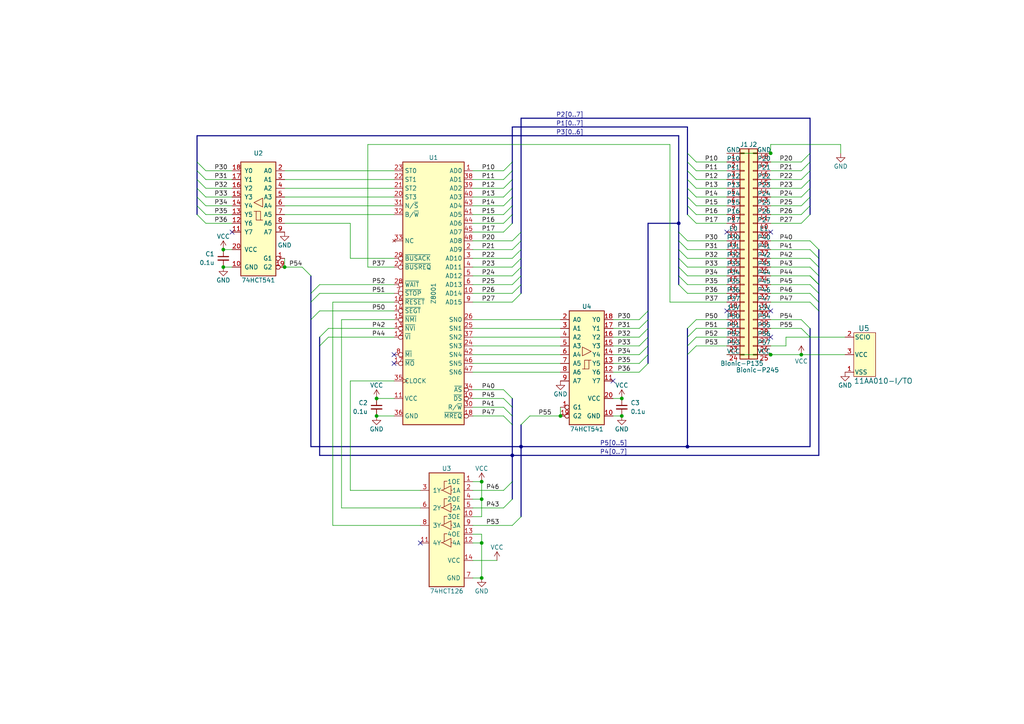
<source format=kicad_sch>
(kicad_sch (version 20230121) (generator eeschema)
  (paper "A4")
  (title_block (title "BionicZ8001") (date "2022-01-19") (rev "1") (company "Tadashi G. Takaoka"))
  (lib_symbols
    (symbol "0-LocalLibrary:11AA010-I_TO" (pin_names (offset 0.254))
      (property "Reference" "U" (at 2.54 1.27 0))
      (property "Value" "11AA010-I/TO" (at 3.81 -13.97 0))
      (symbol "11AA010-I_TO_1_1"
        (rectangle (start 0 0) (end 6.35 -12.7) (fill (type background)))
        (pin power_in line (at -2.54 -11.43 0) (length 2.54) (name "VSS") (number "1"))
        (pin bidirectional line (at -2.54 -1.27 0) (length 2.54) (name "SCIO") (number "2"))
        (pin power_in line (at -2.54 -6.35 0) (length 2.54) (name "VCC") (number "3"))
      )
    )
    (symbol "0-LocalLibrary:74HCT126" (pin_names (offset 1.016))
      (property "Reference" "U" (at 0 16.51 0))
      (property "Value" "74HCT126" (at 0 -19.05 0))
      (symbol "74HCT126_0_1"
        (polyline (pts (xy -1.2954 10.2108) (xy -1.6002 10.2108)))
        (polyline (pts (xy 1.2954 10.2362) (xy 1.651 10.2362)))
        (polyline (pts (xy 0.7112 10.5664) (xy 0.7112 12.827) (xy -0.127 12.827) (xy -0.1016 12.827)))
      )
      (symbol "74HCT126_1_0"
        (polyline (pts (xy 1.27 10.2362) (xy -1.27 11.5062) (xy -1.27 8.9662) (xy 1.27 10.2362)) (stroke (width 0.1524)))
        (pin input line (at -7.62 12.7 0) (length 2.54) (name "1OE") (number "1"))
        (pin input line (at -7.62 2.54 0) (length 2.54) (name "3OE") (number "10"))
        (pin tri_state line (at 7.62 -5.08 180) (length 2.54) (name "4Y") (number "11"))
        (pin input line (at -7.62 -5.08 0) (length 2.54) (name "4A") (number "12"))
        (pin input line (at -7.62 -2.54 0) (length 2.54) (name "4OE") (number "13"))
        (pin power_in line (at -7.62 -10.16 0) (length 2.54) (name "VCC") (number "14"))
        (pin input line (at -7.62 10.16 0) (length 2.54) (name "1A") (number "2"))
        (pin tri_state line (at 7.62 10.16 180) (length 2.54) (name "1Y") (number "3"))
        (pin input line (at -7.62 7.62 0) (length 2.54) (name "2OE") (number "4"))
        (pin input line (at -7.62 5.08 0) (length 2.54) (name "2A") (number "5"))
        (pin tri_state line (at 7.62 5.08 180) (length 2.54) (name "2Y") (number "6"))
        (pin power_in line (at -7.62 -15.24 0) (length 2.54) (name "GND") (number "7"))
        (pin tri_state line (at 7.62 0 180) (length 2.54) (name "3Y") (number "8"))
        (pin input line (at -7.62 0 0) (length 2.54) (name "3A") (number "9"))
      )
      (symbol "74HCT126_1_1"
        (rectangle (start -5.08 15.24) (end 5.08 -17.78) (stroke (width 0.254)) (fill (type background)))
        (polyline (pts (xy -1.2954 -5.0292) (xy -1.6002 -5.0292)))
        (polyline (pts (xy -1.2954 0.0508) (xy -1.6002 0.0508)))
        (polyline (pts (xy -1.2954 5.1308) (xy -1.6002 5.1308)))
        (polyline (pts (xy 1.2954 -5.0038) (xy 1.651 -5.0038)))
        (polyline (pts (xy 1.2954 0.0762) (xy 1.651 0.0762)))
        (polyline (pts (xy 1.2954 5.1562) (xy 1.651 5.1562)))
        (polyline (pts (xy 0.7112 -4.6736) (xy 0.7112 -2.413) (xy -0.127 -2.413) (xy -0.1016 -2.413)))
        (polyline (pts (xy 0.7112 0.4064) (xy 0.7112 2.667) (xy -0.127 2.667) (xy -0.1016 2.667)))
        (polyline (pts (xy 0.7112 5.4864) (xy 0.7112 7.747) (xy -0.127 7.747) (xy -0.1016 7.747)))
        (polyline (pts (xy 1.27 -5.0038) (xy -1.27 -3.7338) (xy -1.27 -6.2738) (xy 1.27 -5.0038)) (stroke (width 0.1524)))
        (polyline (pts (xy 1.27 0.0762) (xy -1.27 1.3462) (xy -1.27 -1.1938) (xy 1.27 0.0762)) (stroke (width 0.1524)))
        (polyline (pts (xy 1.27 5.1562) (xy -1.27 6.4262) (xy -1.27 3.8862) (xy 1.27 5.1562)) (stroke (width 0.1524)))
      )
    )
    (symbol "0-LocalLibrary:74HCT541" (pin_names (offset 1.016))
      (property "Reference" "U" (at -7.62 16.51 0))
      (property "Value" "74HCT541" (at -7.62 -20.32 0))
      (symbol "74HCT541_1_0"
        (polyline (pts (xy -0.635 -1.6002) (xy -0.635 0.9398) (xy 0.635 0.9398)))
        (polyline (pts (xy -1.27 -1.6002) (xy 0.635 -1.6002) (xy 0.635 0.9398) (xy 1.27 0.9398)))
        (polyline (pts (xy 1.27 3.4798) (xy -1.27 4.7498) (xy -1.27 2.2098) (xy 1.27 3.4798)) (stroke (width 0.1524)))
        (pin input inverted (at -7.62 -12.7 0) (length 2.54) (name "G1") (number "1"))
        (pin power_in line (at 7.62 -15.24 180) (length 2.54) (name "GND") (number "10"))
        (pin tri_state line (at 7.62 -5.08 180) (length 2.54) (name "Y7") (number "11"))
        (pin tri_state line (at 7.62 -2.54 180) (length 2.54) (name "Y6") (number "12"))
        (pin tri_state line (at 7.62 0 180) (length 2.54) (name "Y5") (number "13"))
        (pin tri_state line (at 7.62 2.54 180) (length 2.54) (name "Y4") (number "14"))
        (pin tri_state line (at 7.62 5.08 180) (length 2.54) (name "Y3") (number "15"))
        (pin tri_state line (at 7.62 7.62 180) (length 2.54) (name "Y2") (number "16"))
        (pin tri_state line (at 7.62 10.16 180) (length 2.54) (name "Y1") (number "17"))
        (pin tri_state line (at 7.62 12.7 180) (length 2.54) (name "Y0") (number "18"))
        (pin input inverted (at -7.62 -15.24 0) (length 2.54) (name "G2") (number "19"))
        (pin input line (at -7.62 12.7 0) (length 2.54) (name "A0") (number "2"))
        (pin power_in line (at 7.62 -10.16 180) (length 2.54) (name "VCC") (number "20"))
        (pin input line (at -7.62 10.16 0) (length 2.54) (name "A1") (number "3"))
        (pin input line (at -7.62 7.62 0) (length 2.54) (name "A2") (number "4"))
        (pin input line (at -7.62 5.08 0) (length 2.54) (name "A3") (number "5"))
        (pin input line (at -7.62 2.54 0) (length 2.54) (name "A4") (number "6"))
        (pin input line (at -7.62 0 0) (length 2.54) (name "A5") (number "7"))
        (pin input line (at -7.62 -2.54 0) (length 2.54) (name "A6") (number "8"))
        (pin input line (at -7.62 -5.08 0) (length 2.54) (name "A7") (number "9"))
      )
      (symbol "74HCT541_1_1"
        (rectangle (start -5.08 15.24) (end 5.08 -17.78) (stroke (width 0.254)) (fill (type background)))
      )
    )
    (symbol "0-LocalLibrary:Bionic-P135" (pin_names (offset 0))
      (property "Reference" "J" (at 0 30.48 0))
      (property "Value" "Bionic-P135" (at -1.27 -33.02 0))
      (symbol "Bionic-P135_1_1"
        (rectangle (start -1.27 -30.353) (end 0 -30.607) (stroke (width 0.1524)))
        (rectangle (start -1.27 -27.813) (end 0 -28.067) (stroke (width 0.1524)))
        (rectangle (start -1.27 -25.273) (end 0 -25.527) (stroke (width 0.1524)))
        (rectangle (start -1.27 -22.733) (end 0 -22.987) (stroke (width 0.1524)))
        (rectangle (start -1.27 -20.193) (end 0 -20.447) (stroke (width 0.1524)))
        (rectangle (start -1.27 -17.653) (end 0 -17.907) (stroke (width 0.1524)))
        (rectangle (start -1.27 -15.113) (end 0 -15.367) (stroke (width 0.1524)))
        (rectangle (start -1.27 -12.573) (end 0 -12.827) (stroke (width 0.1524)))
        (rectangle (start -1.27 -10.033) (end 0 -10.287) (stroke (width 0.1524)))
        (rectangle (start -1.27 -7.493) (end 0 -7.747) (stroke (width 0.1524)))
        (rectangle (start -1.27 -4.953) (end 0 -5.207) (stroke (width 0.1524)))
        (rectangle (start -1.27 -2.413) (end 0 -2.667) (stroke (width 0.1524)))
        (rectangle (start -1.27 0.127) (end 0 -0.127) (stroke (width 0.1524)))
        (rectangle (start -1.27 2.667) (end 0 2.413) (stroke (width 0.1524)))
        (rectangle (start -1.27 5.207) (end 0 4.953) (stroke (width 0.1524)))
        (rectangle (start -1.27 7.747) (end 0 7.493) (stroke (width 0.1524)))
        (rectangle (start -1.27 10.287) (end 0 10.033) (stroke (width 0.1524)))
        (rectangle (start -1.27 12.827) (end 0 12.573) (stroke (width 0.1524)))
        (rectangle (start -1.27 15.367) (end 0 15.113) (stroke (width 0.1524)))
        (rectangle (start -1.27 17.907) (end 0 17.653) (stroke (width 0.1524)))
        (rectangle (start -1.27 20.447) (end 0 20.193) (stroke (width 0.1524)))
        (rectangle (start -1.27 22.987) (end 0 22.733) (stroke (width 0.1524)))
        (rectangle (start -1.27 25.527) (end 0 25.273) (stroke (width 0.1524)))
        (rectangle (start -1.27 28.067) (end 0 27.813) (stroke (width 0.1524)))
        (rectangle (start -1.27 29.21) (end 1.27 -31.75) (stroke (width 0.254)) (fill (type background)))
        (pin power_out line (at -5.08 27.94 0) (length 3.81) (name "GND") (number "1"))
        (pin bidirectional line (at -5.08 5.08 0) (length 3.81) (name "E0") (number "10"))
        (pin bidirectional line (at -5.08 2.54 0) (length 3.81) (name "P30") (number "11"))
        (pin bidirectional line (at -5.08 0 0) (length 3.81) (name "P31") (number "12"))
        (pin bidirectional line (at -5.08 -2.54 0) (length 3.81) (name "P32") (number "13"))
        (pin bidirectional line (at -5.08 -5.08 0) (length 3.81) (name "P33") (number "14"))
        (pin bidirectional line (at -5.08 -7.62 0) (length 3.81) (name "P34") (number "15"))
        (pin bidirectional line (at -5.08 -10.16 0) (length 3.81) (name "P35") (number "16"))
        (pin bidirectional line (at -5.08 -12.7 0) (length 3.81) (name "P36") (number "17"))
        (pin bidirectional line (at -5.08 -15.24 0) (length 3.81) (name "P37") (number "18"))
        (pin power_out line (at -5.08 -17.78 0) (length 3.81) (name "15V") (number "19"))
        (pin bidirectional line (at -5.08 25.4 0) (length 3.81) (name "P10") (number "2"))
        (pin bidirectional line (at -5.08 -20.32 0) (length 3.81) (name "P50") (number "20"))
        (pin bidirectional line (at -5.08 -22.86 0) (length 3.81) (name "P51") (number "21"))
        (pin bidirectional line (at -5.08 -25.4 0) (length 3.81) (name "P52") (number "22"))
        (pin bidirectional line (at -5.08 -27.94 0) (length 3.81) (name "P53") (number "23"))
        (pin power_out line (at -5.08 -30.48 0) (length 3.81) (name "VCC") (number "24"))
        (pin bidirectional line (at -5.08 22.86 0) (length 3.81) (name "P11") (number "3"))
        (pin bidirectional line (at -5.08 20.32 0) (length 3.81) (name "P12") (number "4"))
        (pin bidirectional line (at -5.08 17.78 0) (length 3.81) (name "P13") (number "5"))
        (pin bidirectional line (at -5.08 15.24 0) (length 3.81) (name "P14") (number "6"))
        (pin bidirectional line (at -5.08 12.7 0) (length 3.81) (name "P15") (number "7"))
        (pin bidirectional line (at -5.08 10.16 0) (length 3.81) (name "P16") (number "8"))
        (pin bidirectional line (at -5.08 7.62 0) (length 3.81) (name "P17") (number "9"))
      )
    )
    (symbol "0-LocalLibrary:Bionic-P245" (pin_names (offset 0))
      (property "Reference" "J" (at -3.81 30.48 0))
      (property "Value" "Bionic-P245" (at -1.27 -33.02 0))
      (symbol "Bionic-P245_1_1"
        (rectangle (start -5.08 -31.75) (end -2.54 29.21) (stroke (width 0.254)) (fill (type background)))
        (rectangle (start -3.81 -30.607) (end -2.54 -30.353) (stroke (width 0.1524)))
        (rectangle (start -3.81 -28.067) (end -2.54 -27.813) (stroke (width 0.1524)))
        (rectangle (start -3.81 -25.527) (end -2.54 -25.273) (stroke (width 0.1524)))
        (rectangle (start -3.81 -22.987) (end -2.54 -22.733) (stroke (width 0.1524)))
        (rectangle (start -3.81 -20.447) (end -2.54 -20.193) (stroke (width 0.1524)))
        (rectangle (start -3.81 -17.907) (end -2.54 -17.653) (stroke (width 0.1524)))
        (rectangle (start -3.81 -15.367) (end -2.54 -15.113) (stroke (width 0.1524)))
        (rectangle (start -3.81 -12.827) (end -2.54 -12.573) (stroke (width 0.1524)))
        (rectangle (start -3.81 -10.287) (end -2.54 -10.033) (stroke (width 0.1524)))
        (rectangle (start -3.81 -7.747) (end -2.54 -7.493) (stroke (width 0.1524)))
        (rectangle (start -3.81 -5.207) (end -2.54 -4.953) (stroke (width 0.1524)))
        (rectangle (start -3.81 -2.667) (end -2.54 -2.413) (stroke (width 0.1524)))
        (rectangle (start -3.81 -0.127) (end -2.54 0.127) (stroke (width 0.1524)))
        (rectangle (start -3.81 2.413) (end -2.54 2.667) (stroke (width 0.1524)))
        (rectangle (start -3.81 4.953) (end -2.54 5.207) (stroke (width 0.1524)))
        (rectangle (start -3.81 7.493) (end -2.54 7.747) (stroke (width 0.1524)))
        (rectangle (start -3.81 10.033) (end -2.54 10.287) (stroke (width 0.1524)))
        (rectangle (start -3.81 12.573) (end -2.54 12.827) (stroke (width 0.1524)))
        (rectangle (start -3.81 15.113) (end -2.54 15.367) (stroke (width 0.1524)))
        (rectangle (start -3.81 17.653) (end -2.54 17.907) (stroke (width 0.1524)))
        (rectangle (start -3.81 20.193) (end -2.54 20.447) (stroke (width 0.1524)))
        (rectangle (start -3.81 22.733) (end -2.54 22.987) (stroke (width 0.1524)))
        (rectangle (start -3.81 25.273) (end -2.54 25.527) (stroke (width 0.1524)))
        (rectangle (start -3.81 27.813) (end -2.54 28.067) (stroke (width 0.1524)))
        (pin power_in line (at 1.27 -30.48 180) (length 3.81) (name "VCC") (number "25"))
        (pin bidirectional line (at 1.27 -27.94 180) (length 3.81) (name "P57") (number "26"))
        (pin bidirectional line (at 1.27 -25.4 180) (length 3.81) (name "P56") (number "27"))
        (pin bidirectional line (at 1.27 -22.86 180) (length 3.81) (name "P55") (number "28"))
        (pin bidirectional line (at 1.27 -20.32 180) (length 3.81) (name "P54") (number "29"))
        (pin power_in line (at 1.27 -17.78 180) (length 3.81) (name "15V") (number "30"))
        (pin bidirectional line (at 1.27 -15.24 180) (length 3.81) (name "P47") (number "31"))
        (pin bidirectional line (at 1.27 -12.7 180) (length 3.81) (name "P46") (number "32"))
        (pin bidirectional line (at 1.27 -10.16 180) (length 3.81) (name "P45") (number "33"))
        (pin bidirectional line (at 1.27 -7.62 180) (length 3.81) (name "P44") (number "34"))
        (pin bidirectional line (at 1.27 -5.08 180) (length 3.81) (name "P43") (number "35"))
        (pin bidirectional line (at 1.27 -2.54 180) (length 3.81) (name "P42") (number "36"))
        (pin bidirectional line (at 1.27 0 180) (length 3.81) (name "P41") (number "37"))
        (pin bidirectional line (at 1.27 2.54 180) (length 3.81) (name "P40") (number "38"))
        (pin bidirectional line (at 1.27 5.08 180) (length 3.81) (name "E1") (number "39"))
        (pin bidirectional line (at 1.27 7.62 180) (length 3.81) (name "P27") (number "40"))
        (pin bidirectional line (at 1.27 10.16 180) (length 3.81) (name "P26") (number "41"))
        (pin bidirectional line (at 1.27 12.7 180) (length 3.81) (name "P25") (number "42"))
        (pin bidirectional line (at 1.27 15.24 180) (length 3.81) (name "P24") (number "43"))
        (pin bidirectional line (at 1.27 17.78 180) (length 3.81) (name "P23") (number "44"))
        (pin bidirectional line (at 1.27 20.32 180) (length 3.81) (name "P22") (number "45"))
        (pin bidirectional line (at 1.27 22.86 180) (length 3.81) (name "P21") (number "46"))
        (pin bidirectional line (at 1.27 25.4 180) (length 3.81) (name "P20") (number "47"))
        (pin power_in line (at 1.27 27.94 180) (length 3.81) (name "GND") (number "48"))
      )
    )
    (symbol "0-LocalLibrary:Z8001"
      (property "Reference" "U" (at -1.27 39.37 0))
      (property "Value" "Z8001" (at 0 0 90))
      (symbol "Z8001_0_0"
        (pin input inverted (at -11.43 -5.08 0) (length 2.54) (name "~{SEGT}") (number "14"))
        (pin output line (at 11.43 -15.24 180) (length 2.54) (name "SN3") (number "24"))
        (pin output line (at 11.43 -10.16 180) (length 2.54) (name "SN1") (number "25"))
        (pin output line (at 11.43 -7.62 180) (length 2.54) (name "SN0") (number "26"))
        (pin output line (at 11.43 -12.7 180) (length 2.54) (name "SN2") (number "37"))
        (pin output line (at 11.43 -17.78 180) (length 2.54) (name "SN4") (number "42"))
        (pin output line (at 11.43 -20.32 180) (length 2.54) (name "SN5") (number "46"))
        (pin output line (at 11.43 -22.86 180) (length 2.54) (name "SN6") (number "47"))
      )
      (symbol "Z8001_0_1"
        (rectangle (start -8.89 -38.1) (end 8.89 38.1) (stroke (width 0.254)) (fill (type background)))
      )
      (symbol "Z8001_1_1"
        (pin bidirectional line (at 11.43 35.56 180) (length 2.54) (name "AD0") (number "1"))
        (pin bidirectional line (at 11.43 0 180) (length 2.54) (name "AD14") (number "10"))
        (pin power_in line (at -11.43 -30.48 0) (length 2.54) (name "VCC") (number "11"))
        (pin input inverted (at -11.43 -12.7 0) (length 2.54) (name "~{VI}") (number "12"))
        (pin input inverted (at -11.43 -10.16 0) (length 2.54) (name "~{NVI}") (number "13"))
        (pin input inverted (at -11.43 -7.62 0) (length 2.54) (name "~{NMI}") (number "15"))
        (pin input inverted (at -11.43 -2.54 0) (length 2.54) (name "~{RESET}") (number "16"))
        (pin output inverted (at -11.43 -20.32 0) (length 2.54) (name "~{MO}") (number "17"))
        (pin output inverted (at 11.43 -35.56 180) (length 2.54) (name "~{MREQ}") (number "18"))
        (pin output inverted (at 11.43 -30.48 180) (length 2.54) (name "~{DS}") (number "19"))
        (pin bidirectional line (at 11.43 12.7 180) (length 2.54) (name "AD9") (number "2"))
        (pin output line (at -11.43 27.94 0) (length 2.54) (name "ST3") (number "20"))
        (pin output line (at -11.43 30.48 0) (length 2.54) (name "ST2") (number "21"))
        (pin output line (at -11.43 33.02 0) (length 2.54) (name "ST1") (number "22"))
        (pin output line (at -11.43 35.56 0) (length 2.54) (name "ST0") (number "23"))
        (pin input inverted (at -11.43 7.62 0) (length 2.54) (name "~{BUSREQ}") (number "27"))
        (pin input inverted (at -11.43 2.54 0) (length 2.54) (name "~{WAIT}") (number "28"))
        (pin output inverted (at -11.43 10.16 0) (length 2.54) (name "~{BUSACK}") (number "29"))
        (pin bidirectional line (at 11.43 10.16 180) (length 2.54) (name "AD10") (number "3"))
        (pin output line (at 11.43 -33.02 180) (length 2.54) (name "R/~{W}") (number "30"))
        (pin output line (at -11.43 25.4 0) (length 2.54) (name "N/~{S}") (number "31"))
        (pin output line (at -11.43 22.86 0) (length 2.54) (name "B/~{W}") (number "32"))
        (pin no_connect line (at -11.43 15.24 0) (length 2.54) (name "NC") (number "33"))
        (pin output inverted (at 11.43 -27.94 180) (length 2.54) (name "~{AS}") (number "34"))
        (pin input clock (at -11.43 -25.4 0) (length 2.54) (name "CLOCK") (number "35"))
        (pin power_in line (at -11.43 -35.56 0) (length 2.54) (name "GND") (number "36"))
        (pin bidirectional line (at 11.43 33.02 180) (length 2.54) (name "AD1") (number "38"))
        (pin bidirectional line (at 11.43 30.48 180) (length 2.54) (name "AD2") (number "39"))
        (pin bidirectional line (at 11.43 7.62 180) (length 2.54) (name "AD11") (number "4"))
        (pin bidirectional line (at 11.43 27.94 180) (length 2.54) (name "AD3") (number "40"))
        (pin bidirectional line (at 11.43 22.86 180) (length 2.54) (name "AD5") (number "41"))
        (pin bidirectional line (at 11.43 25.4 180) (length 2.54) (name "AD4") (number "43"))
        (pin bidirectional line (at 11.43 20.32 180) (length 2.54) (name "AD6") (number "44"))
        (pin bidirectional line (at 11.43 17.78 180) (length 2.54) (name "AD7") (number "45"))
        (pin bidirectional line (at 11.43 15.24 180) (length 2.54) (name "AD8") (number "48"))
        (pin bidirectional line (at 11.43 5.08 180) (length 2.54) (name "AD12") (number "5"))
        (pin bidirectional line (at 11.43 2.54 180) (length 2.54) (name "AD13") (number "6"))
        (pin input inverted (at -11.43 0 0) (length 2.54) (name "~{STOP}") (number "7"))
        (pin input inverted (at -11.43 -17.78 0) (length 2.54) (name "~{MI}") (number "8"))
        (pin bidirectional line (at 11.43 -2.54 180) (length 2.54) (name "AD15") (number "9"))
      )
    )
    (symbol "Device:C_Small" (pin_numbers hide) (pin_names (offset 0.254) hide)
      (property "Reference" "C" (at 0.254 1.778 0))
      (property "Value" "C_Small" (at 0.254 -2.032 0))
      (symbol "C_Small_0_1"
        (polyline (pts (xy -1.524 -0.508) (xy 1.524 -0.508)) (stroke (width 0.3302)))
        (polyline (pts (xy -1.524 0.508) (xy 1.524 0.508)) (stroke (width 0.3048)))
      )
      (symbol "C_Small_1_1"
        (pin passive line (at 0 2.54 270) (length 2.032) (name "~") (number "1"))
        (pin passive line (at 0 -2.54 90) (length 2.032) (name "~") (number "2"))
      )
    )
    (symbol "power:GND" (power) (pin_names (offset 0))
      (property "Value" "GND" (at 0 -3.81 0))
      (symbol "GND_0_1"
        (polyline (pts (xy 0 0) (xy 0 -1.27) (xy 1.27 -1.27) (xy 0 -2.54) (xy -1.27 -1.27) (xy 0 -1.27)))
      )
      (symbol "GND_1_1"
        (pin power_in line (at 0 0 270) (length 0) hide (name "GND") (number "1"))
      )
    )
    (symbol "power:VCC" (power) (pin_names (offset 0))
      (property "Value" "VCC" (at 0 3.81 0))
      (symbol "VCC_0_1"
        (polyline (pts (xy -0.762 1.27) (xy 0 2.54)))
        (polyline (pts (xy 0 0) (xy 0 2.54)))
        (polyline (pts (xy 0 2.54) (xy 0.762 1.27)))
      )
      (symbol "VCC_1_1"
        (pin power_in line (at 0 0 90) (length 0) hide (name "VCC") (number "1"))
      )
    )
  )
  (junction (at 139.7 157.48))
  (junction (at 139.7 167.64))
  (junction (at 162.56 120.65))
  (junction (at 196.85 64.77))
  (junction (at 139.7 144.78))
  (junction (at 223.52 102.87))
  (junction (at 232.41 102.87))
  (junction (at 64.77 77.47))
  (junction (at 109.22 115.57))
  (junction (at 223.52 44.45))
  (junction (at 151.13 129.54))
  (junction (at 148.59 132.08))
  (junction (at 180.34 115.57))
  (junction (at 139.7 139.7))
  (junction (at 180.34 120.65))
  (junction (at 109.22 120.65))
  (junction (at 199.39 129.54))
  (junction (at 64.77 72.39))
  (junction (at 82.55 77.47))
  (no_connect (at 223.52 67.31))
  (no_connect (at 114.3 102.87))
  (no_connect (at 67.31 67.31))
  (no_connect (at 210.82 90.17))
  (no_connect (at 114.3 105.41))
  (no_connect (at 121.92 157.48))
  (no_connect (at 223.52 97.79))
  (no_connect (at 177.8 110.49))
  (no_connect (at 223.52 90.17))
  (no_connect (at 210.82 67.31))
  (bus_entry (at 151.13 80.01) (size -2.54 2.54))
  (bus_entry (at 146.05 57.15) (size 2.54 -2.54))
  (bus_entry (at 196.85 69.85) (size 2.54 2.54))
  (bus_entry (at 146.05 118.11) (size 2.54 2.54))
  (bus_entry (at 201.93 100.33) (size -2.54 2.54))
  (bus_entry (at 196.85 80.01) (size 2.54 2.54))
  (bus_entry (at 196.85 74.93) (size 2.54 2.54))
  (bus_entry (at 234.95 44.45) (size -2.54 2.54))
  (bus_entry (at 199.39 69.85) (size -2.54 -2.54))
  (bus_entry (at 92.71 85.09) (size -2.54 2.54))
  (bus_entry (at 201.93 62.23) (size -2.54 -2.54))
  (bus_entry (at 187.96 105.41) (size -2.54 2.54))
  (bus_entry (at 234.95 85.09) (size 2.54 2.54))
  (bus_entry (at 234.95 80.01) (size 2.54 2.54))
  (bus_entry (at 234.95 59.69) (size -2.54 2.54))
  (bus_entry (at 201.93 64.77) (size -2.54 -2.54))
  (bus_entry (at 151.13 82.55) (size -2.54 2.54))
  (bus_entry (at 187.96 100.33) (size -2.54 2.54))
  (bus_entry (at 146.05 113.03) (size 2.54 2.54))
  (bus_entry (at 187.96 90.17) (size -2.54 2.54))
  (bus_entry (at 92.71 90.17) (size -2.54 2.54))
  (bus_entry (at 90.17 80.01) (size -2.54 -2.54))
  (bus_entry (at 234.95 46.99) (size -2.54 2.54))
  (bus_entry (at 57.15 59.69) (size 2.54 2.54))
  (bus_entry (at 57.15 52.07) (size 2.54 2.54))
  (bus_entry (at 232.41 92.71) (size 2.54 2.54))
  (bus_entry (at 234.95 72.39) (size 2.54 2.54))
  (bus_entry (at 234.95 62.23) (size -2.54 2.54))
  (bus_entry (at 234.95 52.07) (size -2.54 2.54))
  (bus_entry (at 201.93 57.15) (size -2.54 -2.54))
  (bus_entry (at 146.05 49.53) (size 2.54 -2.54))
  (bus_entry (at 234.95 87.63) (size 2.54 2.54))
  (bus_entry (at 201.93 97.79) (size -2.54 2.54))
  (bus_entry (at 146.05 52.07) (size 2.54 -2.54))
  (bus_entry (at 234.95 74.93) (size 2.54 2.54))
  (bus_entry (at 57.15 49.53) (size 2.54 2.54))
  (bus_entry (at 201.93 95.25) (size -2.54 2.54))
  (bus_entry (at 151.13 74.93) (size -2.54 2.54))
  (bus_entry (at 148.59 144.78) (size -2.54 2.54))
  (bus_entry (at 146.05 62.23) (size 2.54 -2.54))
  (bus_entry (at 151.13 85.09) (size -2.54 2.54))
  (bus_entry (at 151.13 149.86) (size -2.54 2.54))
  (bus_entry (at 234.95 77.47) (size 2.54 2.54))
  (bus_entry (at 57.15 57.15) (size 2.54 2.54))
  (bus_entry (at 187.96 95.25) (size -2.54 2.54))
  (bus_entry (at 201.93 92.71) (size -2.54 2.54))
  (bus_entry (at 146.05 54.61) (size 2.54 -2.54))
  (bus_entry (at 187.96 102.87) (size -2.54 2.54))
  (bus_entry (at 151.13 123.19) (size 2.54 -2.54))
  (bus_entry (at 201.93 46.99) (size -2.54 -2.54))
  (bus_entry (at 234.95 80.01) (size 2.54 2.54))
  (bus_entry (at 146.05 115.57) (size 2.54 2.54))
  (bus_entry (at 148.59 139.7) (size -2.54 2.54))
  (bus_entry (at 92.71 97.79) (size 2.54 -2.54))
  (bus_entry (at 92.71 100.33) (size 2.54 -2.54))
  (bus_entry (at 234.95 49.53) (size -2.54 2.54))
  (bus_entry (at 234.95 69.85) (size 2.54 2.54))
  (bus_entry (at 57.15 46.99) (size 2.54 2.54))
  (bus_entry (at 187.96 92.71) (size -2.54 2.54))
  (bus_entry (at 146.05 59.69) (size 2.54 -2.54))
  (bus_entry (at 187.96 97.79) (size -2.54 2.54))
  (bus_entry (at 146.05 64.77) (size 2.54 -2.54))
  (bus_entry (at 151.13 69.85) (size -2.54 2.54))
  (bus_entry (at 151.13 77.47) (size -2.54 2.54))
  (bus_entry (at 234.95 54.61) (size -2.54 2.54))
  (bus_entry (at 196.85 77.47) (size 2.54 2.54))
  (bus_entry (at 151.13 67.31) (size -2.54 2.54))
  (bus_entry (at 234.95 82.55) (size 2.54 2.54))
  (bus_entry (at 92.71 82.55) (size -2.54 2.54))
  (bus_entry (at 196.85 72.39) (size 2.54 2.54))
  (bus_entry (at 201.93 52.07) (size -2.54 -2.54))
  (bus_entry (at 146.05 67.31) (size 2.54 -2.54))
  (bus_entry (at 232.41 95.25) (size 2.54 2.54))
  (bus_entry (at 196.85 82.55) (size 2.54 2.54))
  (bus_entry (at 146.05 120.65) (size 2.54 2.54))
  (bus_entry (at 234.95 57.15) (size -2.54 2.54))
  (bus_entry (at 201.93 54.61) (size -2.54 -2.54))
  (bus_entry (at 201.93 59.69) (size -2.54 -2.54))
  (bus_entry (at 151.13 72.39) (size -2.54 2.54))
  (bus_entry (at 201.93 49.53) (size -2.54 -2.54))
  (bus_entry (at 57.15 62.23) (size 2.54 2.54))
  (bus_entry (at 57.15 54.61) (size 2.54 2.54))
  (wire (pts (xy 210.82 95.25) (xy 201.93 95.25)))
  (bus (pts (xy 57.15 52.07) (xy 57.15 54.61)))
  (bus (pts (xy 234.95 52.07) (xy 234.95 54.61)))
  (bus (pts (xy 196.85 64.77) (xy 196.85 67.31)))
  (wire (pts (xy 82.55 64.77) (xy 101.6 64.77)))
  (bus (pts (xy 187.96 95.25) (xy 187.96 97.79)))
  (wire (pts (xy 67.31 77.47) (xy 64.77 77.47)))
  (wire (pts (xy 101.6 110.49) (xy 101.6 142.24)))
  (bus (pts (xy 57.15 57.15) (xy 57.15 59.69)))
  (bus (pts (xy 57.15 39.37) (xy 57.15 46.99)))
  (wire (pts (xy 223.52 62.23) (xy 232.41 62.23)))
  (wire (pts (xy 114.3 77.47) (xy 106.68 77.47)))
  (wire (pts (xy 99.06 92.71) (xy 114.3 92.71)))
  (bus (pts (xy 57.15 39.37) (xy 196.85 39.37)))
  (bus (pts (xy 148.59 139.7) (xy 148.59 144.78)))
  (bus (pts (xy 151.13 82.55) (xy 151.13 85.09)))
  (bus (pts (xy 148.59 118.11) (xy 148.59 120.65)))
  (bus (pts (xy 187.96 92.71) (xy 187.96 95.25)))
  (bus (pts (xy 90.17 92.71) (xy 90.17 129.54)))
  (wire (pts (xy 223.52 80.01) (xy 234.95 80.01)))
  (wire (pts (xy 223.52 100.33) (xy 227.965 100.33)))
  (wire (pts (xy 137.16 167.64) (xy 139.7 167.64)))
  (bus (pts (xy 187.96 90.17) (xy 187.96 92.71)))
  (bus (pts (xy 151.13 129.54) (xy 199.39 129.54)))
  (wire (pts (xy 223.52 74.93) (xy 234.95 74.93)))
  (wire (pts (xy 64.77 72.39) (xy 67.31 72.39)))
  (wire (pts (xy 227.965 100.33) (xy 227.965 97.79)))
  (wire (pts (xy 210.82 64.77) (xy 201.93 64.77)))
  (bus (pts (xy 237.49 87.63) (xy 237.49 90.17)))
  (bus (pts (xy 199.39 46.99) (xy 199.39 49.53)))
  (wire (pts (xy 210.82 57.15) (xy 201.93 57.15)))
  (wire (pts (xy 137.16 147.32) (xy 146.05 147.32)))
  (wire (pts (xy 121.92 147.32) (xy 99.06 147.32)))
  (wire (pts (xy 82.55 57.15) (xy 114.3 57.15)))
  (wire (pts (xy 137.16 87.63) (xy 148.59 87.63)))
  (wire (pts (xy 210.82 80.01) (xy 199.39 80.01)))
  (bus (pts (xy 187.96 100.33) (xy 187.96 102.87)))
  (wire (pts (xy 137.16 113.03) (xy 146.05 113.03)))
  (wire (pts (xy 210.82 52.07) (xy 201.93 52.07)))
  (wire (pts (xy 223.52 85.09) (xy 234.95 85.09)))
  (bus (pts (xy 148.59 36.83) (xy 148.59 46.99)))
  (bus (pts (xy 196.85 72.39) (xy 196.85 74.93)))
  (wire (pts (xy 177.8 105.41) (xy 185.42 105.41)))
  (wire (pts (xy 223.52 69.85) (xy 234.95 69.85)))
  (wire (pts (xy 194.31 87.63) (xy 210.82 87.63)))
  (bus (pts (xy 151.13 80.01) (xy 151.13 82.55)))
  (wire (pts (xy 139.7 144.78) (xy 139.7 149.86)))
  (bus (pts (xy 196.85 74.93) (xy 196.85 77.47)))
  (wire (pts (xy 199.39 85.09) (xy 210.82 85.09)))
  (wire (pts (xy 137.16 162.56) (xy 144.145 162.56)))
  (wire (pts (xy 223.52 72.39) (xy 234.95 72.39)))
  (wire (pts (xy 223.52 52.07) (xy 232.41 52.07)))
  (wire (pts (xy 96.52 87.63) (xy 96.52 152.4)))
  (wire (pts (xy 223.52 87.63) (xy 234.95 87.63)))
  (bus (pts (xy 151.13 77.47) (xy 151.13 80.01)))
  (wire (pts (xy 201.93 100.33) (xy 210.82 100.33)))
  (wire (pts (xy 114.3 85.09) (xy 92.71 85.09)))
  (bus (pts (xy 237.49 72.39) (xy 237.49 74.93)))
  (wire (pts (xy 227.965 97.79) (xy 234.95 97.79)))
  (wire (pts (xy 137.16 49.53) (xy 146.05 49.53)))
  (bus (pts (xy 234.95 57.15) (xy 234.95 59.69)))
  (wire (pts (xy 177.8 102.87) (xy 185.42 102.87)))
  (wire (pts (xy 223.52 41.91) (xy 243.84 41.91)))
  (wire (pts (xy 137.16 82.55) (xy 148.59 82.55)))
  (bus (pts (xy 148.59 36.83) (xy 199.39 36.83)))
  (wire (pts (xy 95.25 97.79) (xy 114.3 97.79)))
  (bus (pts (xy 199.39 54.61) (xy 199.39 57.15)))
  (wire (pts (xy 223.52 82.55) (xy 234.95 82.55)))
  (wire (pts (xy 137.16 52.07) (xy 146.05 52.07)))
  (wire (pts (xy 223.52 64.77) (xy 232.41 64.77)))
  (wire (pts (xy 232.41 102.87) (xy 245.11 102.87)))
  (bus (pts (xy 234.95 46.99) (xy 234.95 49.53)))
  (wire (pts (xy 67.31 59.69) (xy 59.69 59.69)))
  (bus (pts (xy 151.13 69.85) (xy 151.13 72.39)))
  (wire (pts (xy 223.52 46.99) (xy 232.41 46.99)))
  (wire (pts (xy 210.82 49.53) (xy 201.93 49.53)))
  (bus (pts (xy 57.15 59.69) (xy 57.15 62.23)))
  (bus (pts (xy 148.59 57.15) (xy 148.59 59.69)))
  (bus (pts (xy 151.13 72.39) (xy 151.13 74.93)))
  (bus (pts (xy 234.95 49.53) (xy 234.95 52.07)))
  (bus (pts (xy 237.49 90.17) (xy 237.49 132.08)))
  (bus (pts (xy 199.39 57.15) (xy 199.39 59.69)))
  (wire (pts (xy 210.82 62.23) (xy 201.93 62.23)))
  (bus (pts (xy 196.85 67.31) (xy 196.85 69.85)))
  (wire (pts (xy 223.52 59.69) (xy 232.41 59.69)))
  (wire (pts (xy 82.55 52.07) (xy 114.3 52.07)))
  (wire (pts (xy 137.16 95.25) (xy 162.56 95.25)))
  (wire (pts (xy 67.31 49.53) (xy 59.69 49.53)))
  (wire (pts (xy 137.16 105.41) (xy 162.56 105.41)))
  (bus (pts (xy 199.39 129.54) (xy 234.95 129.54)))
  (wire (pts (xy 210.82 46.99) (xy 201.93 46.99)))
  (wire (pts (xy 67.31 54.61) (xy 59.69 54.61)))
  (wire (pts (xy 82.55 62.23) (xy 114.3 62.23)))
  (wire (pts (xy 180.34 115.57) (xy 177.8 115.57)))
  (bus (pts (xy 90.17 87.63) (xy 90.17 92.71)))
  (bus (pts (xy 199.39 44.45) (xy 199.39 46.99)))
  (wire (pts (xy 223.52 57.15) (xy 232.41 57.15)))
  (wire (pts (xy 210.82 97.79) (xy 201.93 97.79)))
  (wire (pts (xy 82.55 49.53) (xy 114.3 49.53)))
  (wire (pts (xy 99.06 147.32) (xy 99.06 92.71)))
  (wire (pts (xy 137.16 72.39) (xy 148.59 72.39)))
  (bus (pts (xy 234.95 34.29) (xy 234.95 44.45)))
  (wire (pts (xy 177.8 95.25) (xy 185.42 95.25)))
  (wire (pts (xy 223.52 49.53) (xy 232.41 49.53)))
  (bus (pts (xy 199.39 97.79) (xy 199.39 100.33)))
  (bus (pts (xy 148.59 49.53) (xy 148.59 52.07)))
  (bus (pts (xy 148.59 132.08) (xy 148.59 139.7)))
  (wire (pts (xy 137.16 64.77) (xy 146.05 64.77)))
  (wire (pts (xy 194.31 41.91) (xy 194.31 87.63)))
  (bus (pts (xy 234.95 95.25) (xy 234.95 97.79)))
  (wire (pts (xy 210.82 102.87) (xy 223.52 102.87)))
  (wire (pts (xy 96.52 87.63) (xy 114.3 87.63)))
  (wire (pts (xy 210.82 92.71) (xy 201.93 92.71)))
  (wire (pts (xy 177.8 107.95) (xy 185.42 107.95)))
  (wire (pts (xy 153.67 120.65) (xy 162.56 120.65)))
  (bus (pts (xy 199.39 49.53) (xy 199.39 52.07)))
  (wire (pts (xy 210.82 74.93) (xy 199.39 74.93)))
  (wire (pts (xy 137.16 62.23) (xy 146.05 62.23)))
  (wire (pts (xy 137.16 118.11) (xy 146.05 118.11)))
  (bus (pts (xy 90.17 80.01) (xy 90.17 85.09)))
  (bus (pts (xy 151.13 123.19) (xy 151.13 129.54)))
  (bus (pts (xy 151.13 34.29) (xy 234.95 34.29)))
  (wire (pts (xy 67.31 52.07) (xy 59.69 52.07)))
  (bus (pts (xy 199.39 52.07) (xy 199.39 54.61)))
  (bus (pts (xy 90.17 85.09) (xy 90.17 87.63)))
  (wire (pts (xy 162.56 120.65) (xy 162.56 118.11)))
  (wire (pts (xy 137.16 59.69) (xy 146.05 59.69)))
  (wire (pts (xy 210.82 44.45) (xy 223.52 44.45)))
  (bus (pts (xy 151.13 74.93) (xy 151.13 77.47)))
  (wire (pts (xy 137.16 77.47) (xy 148.59 77.47)))
  (bus (pts (xy 151.13 34.29) (xy 151.13 67.31)))
  (bus (pts (xy 148.59 54.61) (xy 148.59 57.15)))
  (bus (pts (xy 148.59 123.19) (xy 148.59 132.08)))
  (bus (pts (xy 90.17 129.54) (xy 151.13 129.54)))
  (bus (pts (xy 234.95 59.69) (xy 234.95 62.23)))
  (wire (pts (xy 137.16 74.93) (xy 148.59 74.93)))
  (wire (pts (xy 223.52 77.47) (xy 234.95 77.47)))
  (wire (pts (xy 137.16 67.31) (xy 146.05 67.31)))
  (bus (pts (xy 199.39 100.33) (xy 199.39 102.87)))
  (wire (pts (xy 210.82 59.69) (xy 201.93 59.69)))
  (bus (pts (xy 92.71 100.33) (xy 92.71 132.08)))
  (wire (pts (xy 67.31 57.15) (xy 59.69 57.15)))
  (bus (pts (xy 234.95 97.79) (xy 234.95 129.54)))
  (wire (pts (xy 139.7 157.48) (xy 139.7 167.64)))
  (wire (pts (xy 234.95 97.79) (xy 245.11 97.79)))
  (wire (pts (xy 137.16 154.94) (xy 139.7 154.94)))
  (wire (pts (xy 137.16 139.7) (xy 139.7 139.7)))
  (wire (pts (xy 67.31 64.77) (xy 59.69 64.77)))
  (wire (pts (xy 210.82 72.39) (xy 199.39 72.39)))
  (bus (pts (xy 234.95 44.45) (xy 234.95 46.99)))
  (wire (pts (xy 82.55 54.61) (xy 114.3 54.61)))
  (wire (pts (xy 223.52 92.71) (xy 232.41 92.71)))
  (bus (pts (xy 237.49 77.47) (xy 237.49 80.01)))
  (wire (pts (xy 223.52 41.91) (xy 223.52 44.45)))
  (bus (pts (xy 196.85 39.37) (xy 196.85 64.77)))
  (wire (pts (xy 101.6 64.77) (xy 101.6 74.93)))
  (wire (pts (xy 67.31 62.23) (xy 59.69 62.23)))
  (wire (pts (xy 139.7 154.94) (xy 139.7 157.48)))
  (bus (pts (xy 199.39 102.87) (xy 199.39 129.54)))
  (wire (pts (xy 223.52 102.87) (xy 232.41 102.87)))
  (bus (pts (xy 148.59 46.99) (xy 148.59 49.53)))
  (bus (pts (xy 151.13 67.31) (xy 151.13 69.85)))
  (wire (pts (xy 223.52 54.61) (xy 232.41 54.61)))
  (wire (pts (xy 139.7 144.78) (xy 139.7 139.7)))
  (wire (pts (xy 137.16 97.79) (xy 162.56 97.79)))
  (bus (pts (xy 187.96 97.79) (xy 187.96 100.33)))
  (wire (pts (xy 106.68 77.47) (xy 106.68 41.91)))
  (wire (pts (xy 82.55 77.47) (xy 87.63 77.47)))
  (wire (pts (xy 101.6 142.24) (xy 121.92 142.24)))
  (wire (pts (xy 210.82 54.61) (xy 201.93 54.61)))
  (bus (pts (xy 234.95 54.61) (xy 234.95 57.15)))
  (wire (pts (xy 96.52 152.4) (xy 121.92 152.4)))
  (wire (pts (xy 243.84 41.91) (xy 243.84 44.45)))
  (wire (pts (xy 101.6 110.49) (xy 114.3 110.49)))
  (wire (pts (xy 82.55 59.69) (xy 114.3 59.69)))
  (wire (pts (xy 109.22 120.65) (xy 114.3 120.65)))
  (bus (pts (xy 92.71 97.79) (xy 92.71 100.33)))
  (bus (pts (xy 148.59 59.69) (xy 148.59 62.23)))
  (wire (pts (xy 177.8 92.71) (xy 185.42 92.71)))
  (wire (pts (xy 139.7 144.78) (xy 137.16 144.78)))
  (bus (pts (xy 148.59 62.23) (xy 148.59 64.77)))
  (wire (pts (xy 95.25 95.25) (xy 114.3 95.25)))
  (wire (pts (xy 137.16 115.57) (xy 146.05 115.57)))
  (wire (pts (xy 137.16 100.33) (xy 162.56 100.33)))
  (wire (pts (xy 137.16 69.85) (xy 148.59 69.85)))
  (bus (pts (xy 187.96 102.87) (xy 187.96 105.41)))
  (wire (pts (xy 109.22 115.57) (xy 114.3 115.57)))
  (bus (pts (xy 151.13 129.54) (xy 151.13 149.86)))
  (wire (pts (xy 137.16 54.61) (xy 146.05 54.61)))
  (wire (pts (xy 101.6 74.93) (xy 114.3 74.93)))
  (wire (pts (xy 137.16 80.01) (xy 148.59 80.01)))
  (bus (pts (xy 148.59 120.65) (xy 148.59 123.19)))
  (wire (pts (xy 177.8 100.33) (xy 185.42 100.33)))
  (wire (pts (xy 106.68 41.91) (xy 194.31 41.91)))
  (bus (pts (xy 148.59 115.57) (xy 148.59 118.11)))
  (bus (pts (xy 237.49 82.55) (xy 237.49 85.09)))
  (bus (pts (xy 199.39 36.83) (xy 199.39 44.45)))
  (wire (pts (xy 137.16 102.87) (xy 162.56 102.87)))
  (bus (pts (xy 237.49 80.01) (xy 237.49 82.55)))
  (wire (pts (xy 210.82 82.55) (xy 199.39 82.55)))
  (wire (pts (xy 137.16 85.09) (xy 148.59 85.09)))
  (wire (pts (xy 137.16 107.95) (xy 162.56 107.95)))
  (bus (pts (xy 57.15 49.53) (xy 57.15 52.07)))
  (bus (pts (xy 187.96 90.17) (xy 187.96 64.77)))
  (bus (pts (xy 199.39 95.25) (xy 199.39 97.79)))
  (bus (pts (xy 196.85 69.85) (xy 196.85 72.39)))
  (wire (pts (xy 210.82 77.47) (xy 199.39 77.47)))
  (bus (pts (xy 196.85 77.47) (xy 196.85 80.01)))
  (bus (pts (xy 148.59 52.07) (xy 148.59 54.61)))
  (wire (pts (xy 137.16 152.4) (xy 148.59 152.4)))
  (wire (pts (xy 210.82 69.85) (xy 199.39 69.85)))
  (wire (pts (xy 139.7 157.48) (xy 137.16 157.48)))
  (bus (pts (xy 196.85 80.01) (xy 196.85 82.55)))
  (wire (pts (xy 82.55 74.93) (xy 82.55 77.47)))
  (bus (pts (xy 237.49 85.09) (xy 237.49 87.63)))
  (wire (pts (xy 223.52 95.25) (xy 232.41 95.25)))
  (wire (pts (xy 137.16 149.86) (xy 139.7 149.86)))
  (wire (pts (xy 137.16 92.71) (xy 162.56 92.71)))
  (wire (pts (xy 177.8 97.79) (xy 185.42 97.79)))
  (bus (pts (xy 237.49 74.93) (xy 237.49 77.47)))
  (wire (pts (xy 114.3 82.55) (xy 92.71 82.55)))
  (bus (pts (xy 57.15 46.99) (xy 57.15 49.53)))
  (bus (pts (xy 199.39 59.69) (xy 199.39 62.23)))
  (wire (pts (xy 114.3 90.17) (xy 92.71 90.17)))
  (bus (pts (xy 92.71 132.08) (xy 148.59 132.08)))
  (bus (pts (xy 187.96 64.77) (xy 196.85 64.77)))
  (wire (pts (xy 177.8 120.65) (xy 180.34 120.65)))
  (wire (pts (xy 137.16 142.24) (xy 146.05 142.24)))
  (wire (pts (xy 137.16 57.15) (xy 146.05 57.15)))
  (bus (pts (xy 148.59 132.08) (xy 237.49 132.08)))
  (wire (pts (xy 137.16 120.65) (xy 146.05 120.65)))
  (bus (pts (xy 57.15 54.61) (xy 57.15 57.15)))
  (label "P46" (at 226.06 85.09 0))
  (label "P54" (at 226.06 92.71 0))
  (label "P14" (at 208.28 57.15 180))
  (label "P13" (at 139.7 57.15 0))
  (label "P14" (at 139.7 59.69 0))
  (label "P23" (at 139.7 77.47 0))
  (label "P47" (at 139.7 120.65 0))
  (label "P44" (at 226.06 80.01 0))
  (label "P15" (at 139.7 62.23 0))
  (label "P36" (at 179.07 107.95 0))
  (label "P45" (at 226.06 82.55 0))
  (label "P23" (at 226.06 54.61 0))
  (label "P11" (at 139.7 52.07 0))
  (label "P10" (at 139.7 49.53 0))
  (label "P10" (at 208.28 46.99 180))
  (label "P36" (at 208.28 85.09 180))
  (label "P20" (at 139.7 69.85 0))
  (label "P16" (at 208.28 62.23 180))
  (label "P52" (at 111.76 82.55 180))
  (label "P15" (at 208.28 59.69 180))
  (label "P12" (at 139.7 54.61 0))
  (label "P24" (at 226.06 57.15 0))
  (label "P42" (at 111.76 95.25 180))
  (label "P2[0..7]" (at 161.29 34.29 0))
  (label "P20" (at 226.06 46.99 0))
  (label "P4[0..7]" (at 173.99 132.08 0))
  (label "P41" (at 139.7 118.11 0))
  (label "P55" (at 160.02 120.65 180))
  (label "P50" (at 208.28 92.71 180))
  (label "P13" (at 208.28 54.61 180))
  (label "P53" (at 140.97 152.4 0))
  (label "P32" (at 208.28 74.93 180))
  (label "P47" (at 226.06 87.63 0))
  (label "P27" (at 139.7 87.63 0))
  (label "P5[0..5]" (at 173.99 129.54 0))
  (label "P33" (at 179.07 100.33 0))
  (label "P11" (at 208.28 49.53 180))
  (label "P22" (at 226.06 52.07 0))
  (label "P41" (at 226.06 72.39 0))
  (label "P34" (at 66.04 59.69 180))
  (label "P25" (at 226.06 59.69 0))
  (label "P25" (at 139.7 82.55 0))
  (label "P51" (at 111.76 85.09 180))
  (label "P3[0..6]" (at 161.29 39.37 0))
  (label "P24" (at 139.7 80.01 0))
  (label "P33" (at 208.28 77.47 180))
  (label "P21" (at 139.7 72.39 0))
  (label "P17" (at 139.7 67.31 0))
  (label "P53" (at 208.28 100.33 180))
  (label "P31" (at 66.04 52.07 180))
  (label "P22" (at 139.7 74.93 0))
  (label "P31" (at 208.28 72.39 180))
  (label "P33" (at 66.04 57.15 180))
  (label "P52" (at 208.28 97.79 180))
  (label "P1[0..7]" (at 161.29 36.83 0))
  (label "P43" (at 226.06 77.47 0))
  (label "P40" (at 226.06 69.85 0))
  (label "P35" (at 179.07 105.41 0))
  (label "P42" (at 226.06 74.93 0))
  (label "P51" (at 208.28 95.25 180))
  (label "P31" (at 179.07 95.25 0))
  (label "P30" (at 179.07 92.71 0))
  (label "P37" (at 208.28 87.63 180))
  (label "P34" (at 208.28 80.01 180))
  (label "P55" (at 226.06 95.25 0))
  (label "P54" (at 83.82 77.47 0))
  (label "P40" (at 139.7 113.03 0))
  (label "P34" (at 179.07 102.87 0))
  (label "P12" (at 208.28 52.07 180))
  (label "P30" (at 66.04 49.53 180))
  (label "P32" (at 179.07 97.79 0))
  (label "P36" (at 66.04 64.77 180))
  (label "P37" (at 111.76 77.47 180))
  (label "P27" (at 226.06 64.77 0))
  (label "P44" (at 111.76 97.79 180))
  (label "P35" (at 66.04 62.23 180))
  (label "P43" (at 140.97 147.32 0))
  (label "P35" (at 208.28 82.55 180))
  (label "P45" (at 139.7 115.57 0))
  (label "P32" (at 66.04 54.61 180))
  (label "P30" (at 208.28 69.85 180))
  (label "P26" (at 139.7 85.09 0))
  (label "P17" (at 208.28 64.77 180))
  (label "P50" (at 111.76 90.17 180))
  (label "P21" (at 226.06 49.53 0))
  (label "P16" (at 139.7 64.77 0))
  (label "P46" (at 140.97 142.24 0))
  (label "P26" (at 226.06 62.23 0))
  (symbol (lib_id "Device:C_Small") (at 109.22 118.11 0) (mirror y) (unit 1)
    (property "Reference" "C2" (at 106.68 116.84 0) (effects (justify left)))
    (property "Value" "0.1u" (at 106.68 119.38 0) (effects (justify left)))
    (property "Footprint" "Capacitor_THT:C_Disc_D3.4mm_W2.1mm_P2.50mm" (effects hide))
  )
  (symbol (lib_id "0-LocalLibrary:74HCT126") (at 129.54 152.4 0) (mirror y) (unit 1)
    (property "Reference" "U3" (at 129.54 135.89 0))
    (property "Value" "74HCT126" (at 129.54 171.45 0))
    (property "Footprint" "Package_DIP:DIP-14_W7.62mm" (effects hide))
    (property "Datasheet" "https://www.ti.com/lit/ds/symlink/cd74hct126.pdf" (effects hide))
  )
  (symbol (lib_id "0-LocalLibrary:Z8001") (at 125.73 85.09 0) (unit 1)
    (property "Reference" "U1" (at 125.73 45.72 0))
    (property "Value" "Z8001" (at 125.73 85.09 90))
    (property "Footprint" "Package_DIP:DIP-48_W15.24mm" (effects hide))
    (property "Datasheet" "https://www.alldatasheet.com/datasheet-pdf/pdf/1283759/ZILOG/Z8001.html" (effects hide))
  )
  (symbol (lib_id "0-LocalLibrary:74HCT541") (at 170.18 105.41 0) (unit 1)
    (property "Reference" "U4" (at 170.18 88.9 0))
    (property "Value" "74HCT541" (at 170.18 124.46 0))
    (property "Footprint" "Package_DIP:DIP-20_W7.62mm" (effects hide))
    (property "Datasheet" "http://www.ti.com/lit/gpn/sn74HCT541" (effects hide))
  )
  (symbol (lib_id "0-LocalLibrary:74HCT541") (at 74.93 62.23 0) (mirror y) (unit 1)
    (property "Reference" "U2" (at 74.93 44.45 0))
    (property "Value" "74HCT541" (at 74.93 81.28 0))
    (property "Footprint" "Package_DIP:DIP-20_W7.62mm" (effects hide))
    (property "Datasheet" "http://www.ti.com/lit/gpn/sn74HCT541" (effects hide))
  )
  (symbol (lib_id "Device:C_Small") (at 180.34 118.11 0) (unit 1)
    (property "Reference" "C3" (at 182.88 116.84 0) (effects (justify left)))
    (property "Value" "0.1u" (at 182.88 119.38 0) (effects (justify left)))
    (property "Footprint" "Capacitor_THT:C_Disc_D3.4mm_W2.1mm_P2.50mm" (effects hide))
  )
  (symbol (lib_id "Device:C_Small") (at 64.77 74.93 0) (mirror y) (unit 1)
    (property "Reference" "C1" (at 62.23 73.66 0) (effects (justify left)))
    (property "Value" "0.1u" (at 62.23 76.2 0) (effects (justify left)))
    (property "Footprint" "Capacitor_THT:C_Disc_D3.4mm_W2.1mm_P2.50mm" (effects hide))
  )
  (symbol (lib_id "power:GND") (at 243.84 44.45 0) (unit 1)
    (property "Reference" "#PWR013" (effects hide))
    (property "Value" "GND" (at 243.84 48.26 0))
  )
  (symbol (lib_id "power:GND") (at 162.56 110.49 0) (unit 1)
    (property "Reference" "#PWR09" (effects hide))
    (property "Value" "GND" (at 162.56 114.3 0))
  )
  (symbol (lib_id "0-LocalLibrary:Bionic-P135") (at 215.9 72.39 0) (unit 1)
    (property "Reference" "J1" (at 214.63 41.91 0) (effects (justify left)))
    (property "Value" "Bionic-P135" (at 208.915 105.41 0) (effects (justify left)))
    (property "Footprint" "connector:Bionic-P135_Vertical" (effects hide))
  )
  (symbol (lib_id "power:VCC") (at 232.41 102.87 0) (unit 1)
    (property "Reference" "#PWR012" (effects hide))
    (property "Value" "VCC" (at 232.41 104.775 0))
  )
  (symbol (lib_id "power:VCC") (at 180.34 115.57 0) (unit 1)
    (property "Reference" "#PWR010" (effects hide))
    (property "Value" "VCC" (at 180.34 111.76 0))
  )
  (symbol (lib_id "power:GND") (at 82.55 67.31 0) (unit 1)
    (property "Reference" "#PWR03" (effects hide))
    (property "Value" "GND" (at 82.55 71.12 0))
  )
  (symbol (lib_id "power:VCC") (at 109.22 115.57 0) (unit 1)
    (property "Reference" "#PWR04" (effects hide))
    (property "Value" "VCC" (at 109.22 111.76 0))
  )
  (symbol (lib_id "power:GND") (at 64.77 77.47 0) (unit 1)
    (property "Reference" "#PWR02" (effects hide))
    (property "Value" "GND" (at 64.77 81.28 0))
  )
  (symbol (lib_id "power:GND") (at 109.22 120.65 0) (unit 1)
    (property "Reference" "#PWR05" (effects hide))
    (property "Value" "GND" (at 109.22 124.46 0))
  )
  (symbol (lib_id "0-LocalLibrary:Bionic-P245") (at 222.25 72.39 0) (unit 1)
    (property "Reference" "J2" (at 218.44 41.91 0))
    (property "Value" "Bionic-P245" (at 219.71 107.315 0))
    (property "Footprint" "connector:Bionic-P245_Vertical" (effects hide))
  )
  (symbol (lib_id "0-LocalLibrary:11AA010-I_TO") (at 247.65 96.52 0) (unit 1)
    (property "Reference" "U5" (at 248.92 95.25 0) (effects (font (size 1.524 1.524)) (justify left)))
    (property "Value" "11AA010-I/TO" (at 247.65 110.49 0) (effects (font (size 1.524 1.524)) (justify left)))
    (property "Footprint" "TO-92_MC_MCH" (effects hide))
    (property "Datasheet" "11AA010-I/TO" (effects hide))
  )
  (symbol (lib_id "power:VCC") (at 144.145 162.56 0) (unit 1)
    (property "Reference" "#PWR08" (effects hide))
    (property "Value" "VCC" (at 144.145 158.75 0))
  )
  (symbol (lib_id "power:VCC") (at 64.77 72.39 0) (unit 1)
    (property "Reference" "#PWR01" (effects hide))
    (property "Value" "VCC" (at 64.77 68.58 0))
  )
  (symbol (lib_id "power:GND") (at 245.11 107.95 0) (unit 1)
    (property "Reference" "#PWR014" (effects hide))
    (property "Value" "GND" (at 245.11 111.76 0))
  )
  (symbol (lib_id "power:GND") (at 180.34 120.65 0) (unit 1)
    (property "Reference" "#PWR011" (effects hide))
    (property "Value" "GND" (at 180.34 124.46 0))
  )
  (symbol (lib_id "power:GND") (at 139.7 167.64 0) (unit 1)
    (property "Reference" "#PWR07" (effects hide))
    (property "Value" "GND" (at 139.7 171.45 0))
  )
  (symbol (lib_id "power:VCC") (at 139.7 139.7 0) (unit 1)
    (property "Reference" "#PWR06" (effects hide))
    (property "Value" "VCC" (at 139.7 135.89 0))
  )
)
</source>
